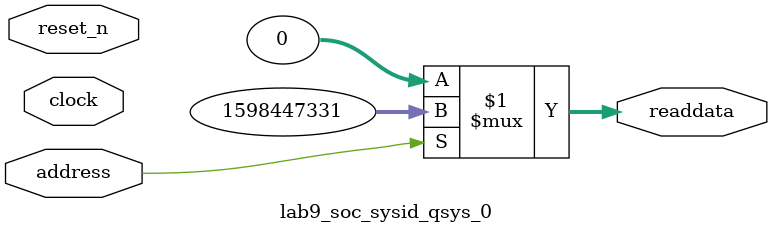
<source format=v>



// synthesis translate_off
`timescale 1ns / 1ps
// synthesis translate_on

// turn off superfluous verilog processor warnings 
// altera message_level Level1 
// altera message_off 10034 10035 10036 10037 10230 10240 10030 

module lab9_soc_sysid_qsys_0 (
               // inputs:
                address,
                clock,
                reset_n,

               // outputs:
                readdata
             )
;

  output  [ 31: 0] readdata;
  input            address;
  input            clock;
  input            reset_n;

  wire    [ 31: 0] readdata;
  //control_slave, which is an e_avalon_slave
  assign readdata = address ? 1598447331 : 0;

endmodule



</source>
